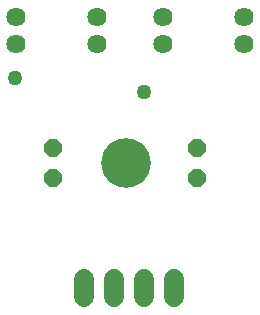
<source format=gbr>
G04 EAGLE Gerber X2 export*
%TF.Part,Single*%
%TF.FileFunction,Soldermask,Bot,1*%
%TF.FilePolarity,Negative*%
%TF.GenerationSoftware,Autodesk,EAGLE,8.6.3*%
%TF.CreationDate,2019-07-23T17:02:53Z*%
G75*
%MOMM*%
%FSLAX34Y34*%
%LPD*%
%AMOC8*
5,1,8,0,0,1.08239X$1,22.5*%
G01*
%ADD10C,4.203200*%
%ADD11P,1.649562X8X292.500000*%
%ADD12C,1.625600*%
%ADD13C,1.727200*%
%ADD14C,1.259600*%


D10*
X125000Y182000D03*
D11*
X185140Y194700D03*
X185140Y169300D03*
X62760Y194700D03*
X62760Y169300D03*
D12*
X225000Y283140D03*
X225000Y306140D03*
X156000Y283140D03*
X156000Y306140D03*
X100540Y283140D03*
X100540Y306140D03*
X31540Y283140D03*
X31540Y306140D03*
D13*
X139700Y83820D02*
X139700Y68580D01*
X114300Y68580D02*
X114300Y83820D01*
X88900Y83820D02*
X88900Y68580D01*
X165100Y68580D02*
X165100Y83820D01*
D14*
X30540Y254540D03*
X140000Y242000D03*
M02*

</source>
